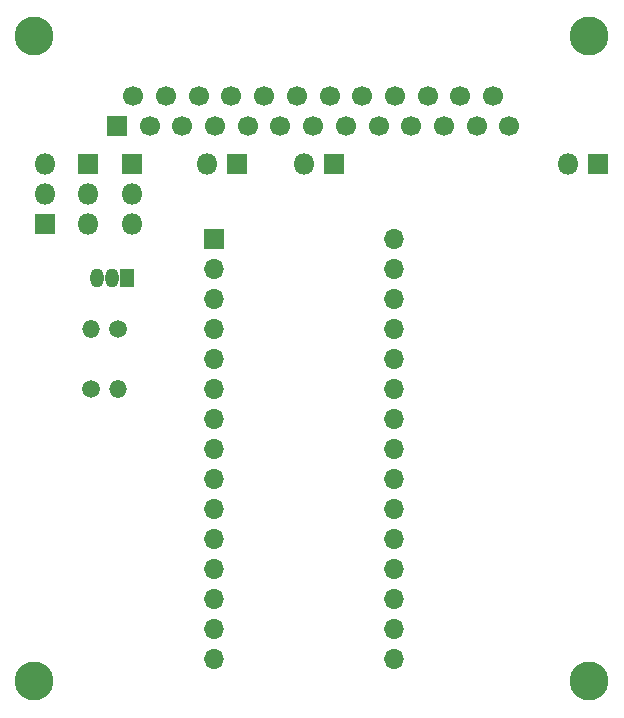
<source format=gbr>
%TF.GenerationSoftware,KiCad,Pcbnew,5.1.6-c6e7f7d~87~ubuntu20.04.1*%
%TF.CreationDate,2020-09-09T20:44:38+02:00*%
%TF.ProjectId,arduino-2-tb6560-4axis,61726475-696e-46f2-9d32-2d7462363536,rev?*%
%TF.SameCoordinates,Original*%
%TF.FileFunction,Soldermask,Bot*%
%TF.FilePolarity,Negative*%
%FSLAX46Y46*%
G04 Gerber Fmt 4.6, Leading zero omitted, Abs format (unit mm)*
G04 Created by KiCad (PCBNEW 5.1.6-c6e7f7d~87~ubuntu20.04.1) date 2020-09-09 20:44:38*
%MOMM*%
%LPD*%
G01*
G04 APERTURE LIST*
%ADD10O,1.800000X1.800000*%
%ADD11R,1.800000X1.800000*%
%ADD12O,1.500000X1.500000*%
%ADD13C,1.500000*%
%ADD14R,1.150000X1.600000*%
%ADD15O,1.150000X1.600000*%
%ADD16C,3.300000*%
%ADD17C,1.700000*%
%ADD18R,1.700000X1.700000*%
%ADD19O,1.700000X1.700000*%
G04 APERTURE END LIST*
D10*
%TO.C,J7*%
X135382000Y-64770000D03*
X135382000Y-62230000D03*
D11*
X135382000Y-59690000D03*
%TD*%
D12*
%TO.C,R2*%
X135636000Y-73660000D03*
D13*
X135636000Y-78740000D03*
%TD*%
D12*
%TO.C,R1*%
X137922000Y-78740000D03*
D13*
X137922000Y-73660000D03*
%TD*%
D10*
%TO.C,J6*%
X176022000Y-59690000D03*
D11*
X178562000Y-59690000D03*
%TD*%
D14*
%TO.C,Q1*%
X138684000Y-69342000D03*
D15*
X136144000Y-69342000D03*
X137414000Y-69342000D03*
%TD*%
D10*
%TO.C,J5*%
X131711700Y-59664600D03*
X131711700Y-62204600D03*
D11*
X131711700Y-64744600D03*
%TD*%
D10*
%TO.C,J4*%
X153670000Y-59690000D03*
D11*
X156210000Y-59690000D03*
%TD*%
D10*
%TO.C,J3*%
X145415000Y-59690000D03*
D11*
X147955000Y-59690000D03*
%TD*%
D10*
%TO.C,J2*%
X139065000Y-64770000D03*
X139065000Y-62230000D03*
D11*
X139065000Y-59690000D03*
%TD*%
D16*
%TO.C,REF\u002A\u002A*%
X177800000Y-48895000D03*
%TD*%
%TO.C,REF\u002A\u002A*%
X130810000Y-48895000D03*
%TD*%
%TO.C,REF\u002A\u002A*%
X130810000Y-103505000D03*
%TD*%
%TO.C,REF\u002A\u002A*%
X177800000Y-103505000D03*
%TD*%
D17*
%TO.C,J1*%
X169650000Y-53975000D03*
X166880000Y-53975000D03*
X164110000Y-53975000D03*
X161340000Y-53975000D03*
X158570000Y-53975000D03*
X155800000Y-53975000D03*
X153030000Y-53975000D03*
X150260000Y-53975000D03*
X147490000Y-53975000D03*
X144720000Y-53975000D03*
X141950000Y-53975000D03*
X139180000Y-53975000D03*
X171035000Y-56515000D03*
X168265000Y-56515000D03*
X165495000Y-56515000D03*
X162725000Y-56515000D03*
X159955000Y-56515000D03*
X157185000Y-56515000D03*
X154415000Y-56515000D03*
X151645000Y-56515000D03*
X148875000Y-56515000D03*
X146105000Y-56515000D03*
X143335000Y-56515000D03*
X140565000Y-56515000D03*
D18*
X137795000Y-56515000D03*
%TD*%
D19*
%TO.C,A1*%
X161290000Y-101600000D03*
X146050000Y-101600000D03*
X161290000Y-66040000D03*
X146050000Y-99060000D03*
X161290000Y-68580000D03*
X146050000Y-96520000D03*
X161290000Y-71120000D03*
X146050000Y-93980000D03*
X161290000Y-73660000D03*
X146050000Y-91440000D03*
X161290000Y-76200000D03*
X146050000Y-88900000D03*
X161290000Y-78740000D03*
X146050000Y-86360000D03*
X161290000Y-81280000D03*
X146050000Y-83820000D03*
X161290000Y-83820000D03*
X146050000Y-81280000D03*
X161290000Y-86360000D03*
X146050000Y-78740000D03*
X161290000Y-88900000D03*
X146050000Y-76200000D03*
X161290000Y-91440000D03*
X146050000Y-73660000D03*
X161290000Y-93980000D03*
X146050000Y-71120000D03*
X161290000Y-96520000D03*
X146050000Y-68580000D03*
X161290000Y-99060000D03*
D18*
X146050000Y-66040000D03*
%TD*%
M02*

</source>
